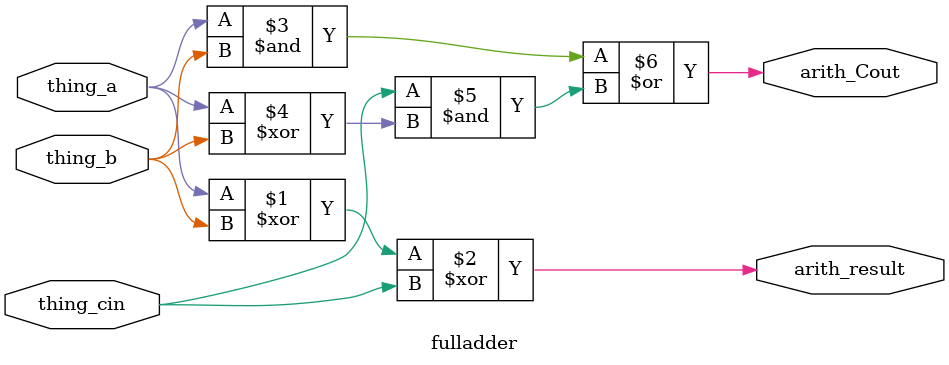
<source format=sv>
`timescale 1ns / 1ps
module fulladder (
		input logic thing_a, thing_b, thing_cin,
		output logic arith_result, arith_Cout);

	assign arith_result = thing_a^thing_b^thing_cin;
	assign arith_Cout = (thing_a&thing_b)|(thing_cin&(thing_a^thing_b));

endmodule

</source>
